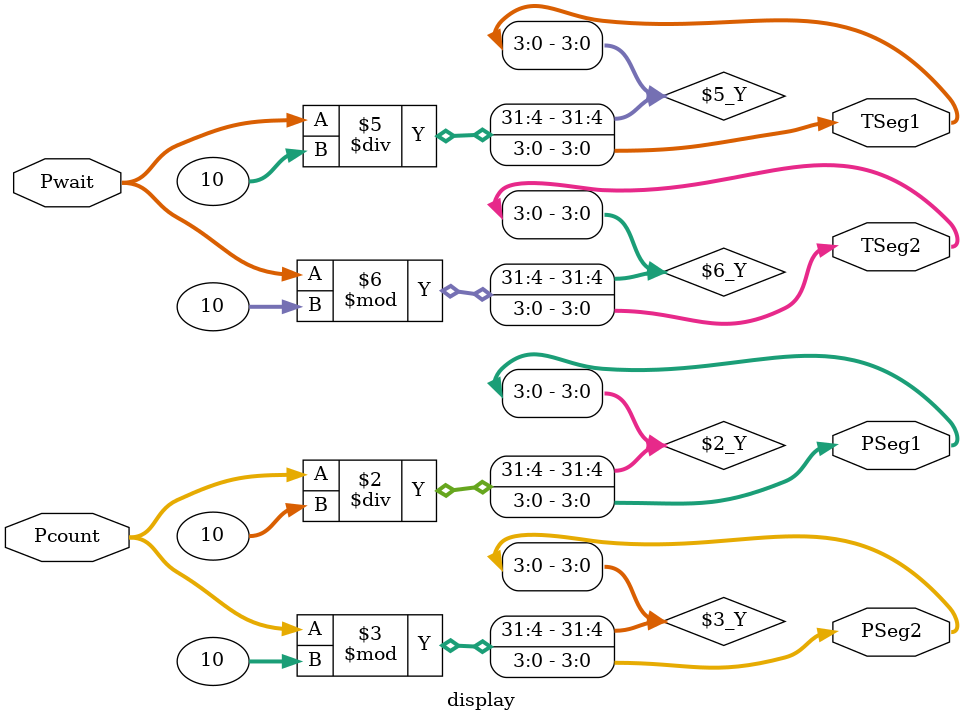
<source format=v>

module display #(
    parameter n = 3,
    // Derived parameters (computed at elaboration time)
    parameter P_COUNT_MAX = (1 << (n+1)) - 1,
    parameter P_WAIT_MAX  = 3 * P_COUNT_MAX,
    parameter WTIME_WIDTH = $clog2(P_WAIT_MAX + 1)
)(
    input  [n:0] Pcount,
    input  [WTIME_WIDTH-1:0] Pwait,
    
    output reg [3:0] PSeg1,  // tens digit of Pcount
    output reg [3:0] PSeg2,  // units digit of Pcount
    output reg [3:0] TSeg1,  // tens digit of Pwait
    output reg [3:0] TSeg2   // units digit of Pwait
);

    // Convert Pcount to decimal digits
    always @(*) begin
        PSeg1 = Pcount / 10;
        PSeg2 = Pcount % 10;
    end

    // Convert Pwait to decimal digits
    always @(*) begin
        TSeg1 = Pwait / 10;
        TSeg2 = Pwait % 10;
    end

endmodule

</source>
